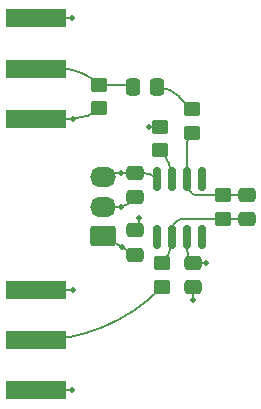
<source format=gtl>
%TF.GenerationSoftware,KiCad,Pcbnew,6.0.4-6f826c9f35~116~ubuntu20.04.1*%
%TF.CreationDate,2022-04-28T13:53:23-05:00*%
%TF.ProjectId,opamp_inverting_single,6f70616d-705f-4696-9e76-657274696e67,1.0*%
%TF.SameCoordinates,Original*%
%TF.FileFunction,Copper,L1,Top*%
%TF.FilePolarity,Positive*%
%FSLAX46Y46*%
G04 Gerber Fmt 4.6, Leading zero omitted, Abs format (unit mm)*
G04 Created by KiCad (PCBNEW 6.0.4-6f826c9f35~116~ubuntu20.04.1) date 2022-04-28 13:53:23*
%MOMM*%
%LPD*%
G01*
G04 APERTURE LIST*
G04 Aperture macros list*
%AMRoundRect*
0 Rectangle with rounded corners*
0 $1 Rounding radius*
0 $2 $3 $4 $5 $6 $7 $8 $9 X,Y pos of 4 corners*
0 Add a 4 corners polygon primitive as box body*
4,1,4,$2,$3,$4,$5,$6,$7,$8,$9,$2,$3,0*
0 Add four circle primitives for the rounded corners*
1,1,$1+$1,$2,$3*
1,1,$1+$1,$4,$5*
1,1,$1+$1,$6,$7*
1,1,$1+$1,$8,$9*
0 Add four rect primitives between the rounded corners*
20,1,$1+$1,$2,$3,$4,$5,0*
20,1,$1+$1,$4,$5,$6,$7,0*
20,1,$1+$1,$6,$7,$8,$9,0*
20,1,$1+$1,$8,$9,$2,$3,0*%
G04 Aperture macros list end*
%TA.AperFunction,SMDPad,CuDef*%
%ADD10RoundRect,0.150000X-0.150000X0.825000X-0.150000X-0.825000X0.150000X-0.825000X0.150000X0.825000X0*%
%TD*%
%TA.AperFunction,SMDPad,CuDef*%
%ADD11RoundRect,0.250000X-0.450000X0.350000X-0.450000X-0.350000X0.450000X-0.350000X0.450000X0.350000X0*%
%TD*%
%TA.AperFunction,SMDPad,CuDef*%
%ADD12RoundRect,0.250000X0.450000X-0.350000X0.450000X0.350000X-0.450000X0.350000X-0.450000X-0.350000X0*%
%TD*%
%TA.AperFunction,ComponentPad*%
%ADD13RoundRect,0.250000X0.850000X0.600000X-0.850000X0.600000X-0.850000X-0.600000X0.850000X-0.600000X0*%
%TD*%
%TA.AperFunction,ComponentPad*%
%ADD14O,2.200000X1.700000*%
%TD*%
%TA.AperFunction,SMDPad,CuDef*%
%ADD15R,5.080000X1.500000*%
%TD*%
%TA.AperFunction,SMDPad,CuDef*%
%ADD16RoundRect,0.250000X-0.475000X0.337500X-0.475000X-0.337500X0.475000X-0.337500X0.475000X0.337500X0*%
%TD*%
%TA.AperFunction,SMDPad,CuDef*%
%ADD17RoundRect,0.250000X0.475000X-0.337500X0.475000X0.337500X-0.475000X0.337500X-0.475000X-0.337500X0*%
%TD*%
%TA.AperFunction,SMDPad,CuDef*%
%ADD18RoundRect,0.250000X-0.337500X-0.475000X0.337500X-0.475000X0.337500X0.475000X-0.337500X0.475000X0*%
%TD*%
%TA.AperFunction,ViaPad*%
%ADD19C,0.508000*%
%TD*%
%TA.AperFunction,Conductor*%
%ADD20C,0.203200*%
%TD*%
G04 APERTURE END LIST*
D10*
%TO.P,U1,1,NC*%
%TO.N,unconnected-(U1-Pad1)*%
X158829989Y-85124989D03*
%TO.P,U1,2,-in*%
%TO.N,/inv_in*%
X157559989Y-85124989D03*
%TO.P,U1,3,+in*%
%TO.N,/non_inv_in*%
X156289989Y-85124989D03*
%TO.P,U1,4,V-*%
%TO.N,-5V*%
X155019989Y-85124989D03*
%TO.P,U1,5,NC*%
%TO.N,unconnected-(U1-Pad5)*%
X155019989Y-90074989D03*
%TO.P,U1,6,Out*%
%TO.N,/amp_out*%
X156289989Y-90074989D03*
%TO.P,U1,7,V+*%
%TO.N,+5V*%
X157559989Y-90074989D03*
%TO.P,U1,8,NC*%
%TO.N,unconnected-(U1-Pad8)*%
X158829989Y-90074989D03*
%TD*%
D11*
%TO.P,R5,1*%
%TO.N,/amp_out*%
X155499989Y-92274989D03*
%TO.P,R5,2*%
%TO.N,/coax_out*%
X155499989Y-94274989D03*
%TD*%
%TO.P,R4,1*%
%TO.N,/inv_in*%
X160649989Y-86524989D03*
%TO.P,R4,2*%
%TO.N,/amp_out*%
X160649989Y-88524989D03*
%TD*%
D12*
%TO.P,R3,2*%
%TO.N,GND*%
X155324989Y-80724989D03*
%TO.P,R3,1*%
%TO.N,/non_inv_in*%
X155324989Y-82724989D03*
%TD*%
D11*
%TO.P,R2,1*%
%TO.N,/Cblock_Rin*%
X157999989Y-79224989D03*
%TO.P,R2,2*%
%TO.N,/inv_in*%
X157999989Y-81224989D03*
%TD*%
D12*
%TO.P,R1,2*%
%TO.N,/coax_in*%
X150150000Y-77175000D03*
%TO.P,R1,1*%
%TO.N,GND*%
X150150000Y-79175000D03*
%TD*%
D13*
%TO.P,J3,1,Pin_1*%
%TO.N,+5V*%
X150464989Y-89999989D03*
D14*
%TO.P,J3,2,Pin_2*%
%TO.N,GND*%
X150464989Y-87499989D03*
%TO.P,J3,3,Pin_3*%
%TO.N,-5V*%
X150464989Y-84999989D03*
%TD*%
D15*
%TO.P,J2,1,In*%
%TO.N,/coax_out*%
X144824989Y-98799989D03*
%TO.P,J2,2,Ext*%
%TO.N,GND*%
X144824989Y-94549989D03*
X144824989Y-103049989D03*
%TD*%
%TO.P,J1,1,In*%
%TO.N,/coax_in*%
X144824989Y-75799989D03*
%TO.P,J1,2,Ext*%
%TO.N,GND*%
X144824989Y-71549989D03*
X144824989Y-80049989D03*
%TD*%
D16*
%TO.P,C7,1*%
%TO.N,-5V*%
X153174989Y-89487489D03*
%TO.P,C7,2*%
%TO.N,+5V*%
X153174989Y-91562489D03*
%TD*%
%TO.P,C5,2*%
%TO.N,GND*%
X153149989Y-86712489D03*
%TO.P,C5,1*%
%TO.N,-5V*%
X153149989Y-84637489D03*
%TD*%
D17*
%TO.P,C3,1*%
%TO.N,GND*%
X158074989Y-94312489D03*
%TO.P,C3,2*%
%TO.N,+5V*%
X158074989Y-92237489D03*
%TD*%
D16*
%TO.P,C2,2*%
%TO.N,/amp_out*%
X162649989Y-88562489D03*
%TO.P,C2,1*%
%TO.N,/inv_in*%
X162649989Y-86487489D03*
%TD*%
D18*
%TO.P,C1,2*%
%TO.N,/Cblock_Rin*%
X155075000Y-77400000D03*
%TO.P,C1,1*%
%TO.N,/coax_in*%
X153000000Y-77400000D03*
%TD*%
D19*
%TO.N,-5V*%
X153554989Y-88431589D03*
%TO.N,GND*%
X158074989Y-95399989D03*
%TO.N,+5V*%
X159199989Y-92224989D03*
%TO.N,GND*%
X152024989Y-87499989D03*
X154349989Y-80724989D03*
X147849989Y-103049989D03*
X147904989Y-94539989D03*
%TO.N,+5V*%
X152050712Y-90914266D03*
%TO.N,-5V*%
X151977489Y-84637489D03*
%TO.N,GND*%
X147904279Y-80049989D03*
X147884989Y-71549989D03*
%TD*%
D20*
%TO.N,-5V*%
X153174989Y-89487489D02*
X153554989Y-89487489D01*
X153554989Y-89487489D02*
X153554989Y-88431589D01*
%TO.N,GND*%
X158074989Y-94312489D02*
X158074989Y-95399989D01*
%TO.N,+5V*%
X158074989Y-92237489D02*
X159169812Y-92237489D01*
X159199986Y-92224986D02*
G75*
G02*
X159169812Y-92237489I-30186J30186D01*
G01*
%TO.N,GND*%
X150464989Y-87499989D02*
X152024989Y-87499989D01*
X152601141Y-87261344D02*
G75*
G02*
X152024989Y-87499989I-576141J576144D01*
G01*
X152601137Y-87261340D02*
X153149989Y-86712489D01*
X155324989Y-80724989D02*
X154349989Y-80724989D01*
X144824989Y-103049989D02*
X147849989Y-103049989D01*
X144824989Y-94549989D02*
X147894989Y-94549989D01*
X147894989Y-94549989D02*
X147904989Y-94539989D01*
%TO.N,/coax_out*%
X155323696Y-94451283D02*
G75*
G02*
X144824989Y-98799989I-10498696J10498683D01*
G01*
X155323695Y-94451282D02*
X155499989Y-94274989D01*
%TO.N,+5V*%
X152050712Y-90914266D02*
X150464989Y-89999989D01*
X153174989Y-91562489D02*
X152050712Y-90914266D01*
%TO.N,-5V*%
X151977489Y-84637489D02*
X153149989Y-84637489D01*
%TO.N,GND*%
X144824989Y-71549989D02*
X147884989Y-71549989D01*
X144824989Y-80049989D02*
X147904279Y-80049989D01*
X148024995Y-79999995D02*
G75*
G02*
X147904279Y-80049989I-120695J120695D01*
G01*
X148024989Y-79999989D02*
X148158301Y-79999989D01*
X150150000Y-79175000D02*
G75*
G02*
X148158301Y-79999989I-1991700J1991700D01*
G01*
%TO.N,-5V*%
X153149989Y-84637489D02*
X153843060Y-84637489D01*
X155020005Y-85124973D02*
G75*
G03*
X153843060Y-84637489I-1176905J-1176927D01*
G01*
X151340141Y-84637507D02*
G75*
G03*
X150464990Y-84999990I-41J-1237593D01*
G01*
X151340141Y-84637489D02*
X151977489Y-84637489D01*
%TO.N,/non_inv_in*%
X156289989Y-85124989D02*
X156289989Y-85054705D01*
X155324986Y-82724992D02*
G75*
G02*
X156289989Y-85054705I-2329686J-2329708D01*
G01*
%TO.N,/coax_out*%
X155499989Y-94274989D02*
X155323696Y-94451282D01*
%TO.N,/amp_out*%
X156289989Y-90074989D02*
X156289989Y-90367761D01*
X155500001Y-92275001D02*
G75*
G03*
X156289989Y-90367761I-1907201J1907201D01*
G01*
%TO.N,+5V*%
X157559989Y-90074989D02*
X157559989Y-90994170D01*
X158074975Y-92237503D02*
G75*
G02*
X157559989Y-90994170I1243325J1243303D01*
G01*
%TO.N,/amp_out*%
X160649989Y-88524989D02*
X162559456Y-88524989D01*
X162650006Y-88562472D02*
G75*
G03*
X162559456Y-88524989I-90506J-90528D01*
G01*
%TO.N,/inv_in*%
X160649989Y-86524989D02*
X162559456Y-86524989D01*
X162650002Y-86487502D02*
G75*
G02*
X162559456Y-86524989I-90502J90502D01*
G01*
%TO.N,/amp_out*%
X156289989Y-90074989D02*
X156289989Y-89608750D01*
X157288897Y-88524989D02*
G75*
G03*
X156624990Y-88799990I3J-938911D01*
G01*
X156625003Y-88800003D02*
G75*
G03*
X156289989Y-89608750I808797J-808797D01*
G01*
X157288897Y-88524989D02*
X160649989Y-88524989D01*
%TO.N,/inv_in*%
X157559989Y-85124989D02*
X157559989Y-85277380D01*
X158024978Y-86400000D02*
G75*
G02*
X157559989Y-85277380I1122622J1122600D01*
G01*
X158326765Y-86525009D02*
G75*
G02*
X158024989Y-86399989I35J426809D01*
G01*
X158326765Y-86524989D02*
X160649989Y-86524989D01*
X157560007Y-82287242D02*
G75*
G02*
X157999989Y-81224989I1502193J42D01*
G01*
X157559989Y-82287242D02*
X157559989Y-85124989D01*
%TO.N,/Cblock_Rin*%
X156952810Y-78177825D02*
G75*
G03*
X155075000Y-77400000I-1877810J-1877775D01*
G01*
X156952818Y-78177817D02*
X157999989Y-79224989D01*
%TO.N,/coax_in*%
X150150000Y-77175000D02*
X152456802Y-77175000D01*
X152999999Y-77400001D02*
G75*
G03*
X152456802Y-77175000I-543199J-543199D01*
G01*
X144824989Y-75799989D02*
X146830430Y-75799989D01*
X150149991Y-77175009D02*
G75*
G03*
X146830430Y-75799989I-3319591J-3319591D01*
G01*
%TD*%
M02*

</source>
